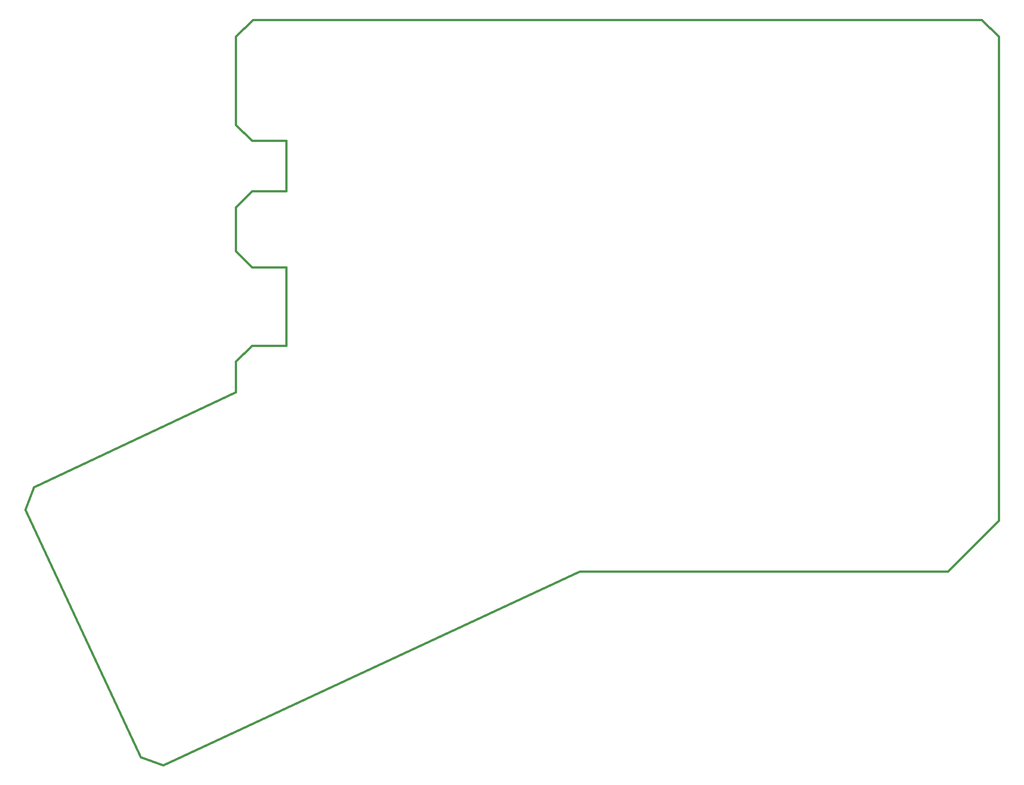
<source format=gbr>
%TF.GenerationSoftware,KiCad,Pcbnew,5.1.9*%
%TF.CreationDate,2021-04-18T19:33:57+02:00*%
%TF.ProjectId,protoMxCog,70726f74-6f4d-4784-936f-672e6b696361,rev?*%
%TF.SameCoordinates,Original*%
%TF.FileFunction,Profile,NP*%
%FSLAX46Y46*%
G04 Gerber Fmt 4.6, Leading zero omitted, Abs format (unit mm)*
G04 Created by KiCad (PCBNEW 5.1.9) date 2021-04-18 19:33:57*
%MOMM*%
%LPD*%
G01*
G04 APERTURE LIST*
%TA.AperFunction,Profile*%
%ADD10C,0.381000*%
%TD*%
G04 APERTURE END LIST*
D10*
X72111000Y-72000000D02*
X72111000Y-81500000D01*
X72111000Y-95750000D02*
X72111000Y-110500000D01*
X65611000Y-72000000D02*
X72111000Y-72000000D01*
X72111000Y-110500000D02*
X65611000Y-110500000D01*
X62611000Y-113500000D02*
X62611000Y-119250000D01*
X62611000Y-92750000D02*
X65611000Y-95750000D01*
X65611000Y-95750000D02*
X72111000Y-95750000D01*
X62611000Y-113500000D02*
X65611000Y-110500000D01*
X62611000Y-84500000D02*
X62611000Y-92750000D01*
X62611000Y-84500000D02*
X65611000Y-81500000D01*
X72111000Y-81500000D02*
X65611000Y-81500000D01*
X62611000Y-69000000D02*
X65611000Y-72000000D01*
X62611000Y-52433000D02*
X62611000Y-69000000D01*
X202742800Y-49258000D02*
X65811400Y-49258000D01*
X127152400Y-152908000D02*
X196392800Y-152908000D01*
X196392800Y-152908000D02*
X205917800Y-143383000D01*
X205917800Y-143383000D02*
X205917800Y-52433000D01*
X205917800Y-52433000D02*
X202742800Y-49258000D01*
X65811400Y-49258000D02*
X62611000Y-52433000D01*
X62611000Y-119250000D02*
X24617680Y-137096500D01*
X24617680Y-137096500D02*
X23080980Y-141315440D01*
X23080980Y-141315440D02*
X44764960Y-187817760D01*
X44764960Y-187817760D02*
X48983900Y-189351920D01*
X48983900Y-189351920D02*
X127152400Y-152908000D01*
M02*

</source>
